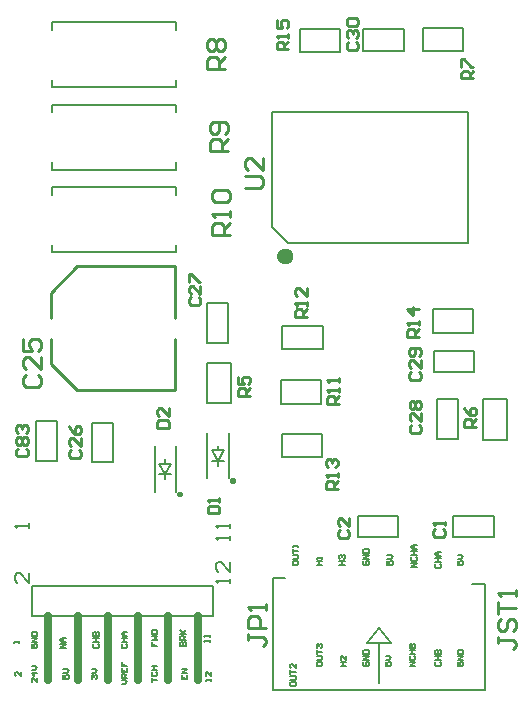
<source format=gbr>
%FSTAX23Y23*%
%MOIN*%
%SFA1B1*%

%IPPOS*%
%ADD10C,0.039370*%
%ADD11C,0.015748*%
%ADD12C,0.006693*%
%ADD13C,0.005905*%
%ADD14C,0.025197*%
%ADD15C,0.009843*%
%ADD16C,0.010000*%
%ADD17C,0.007874*%
%ADD18C,0.006299*%
%LNpcb1_legend_top-1*%
%LPD*%
G54D10*
X0124Y01685D02*
D01*
X0124Y01685*
X0124Y01686*
X0124Y01686*
X0124Y01686*
X0124Y01687*
X0124Y01687*
X0124Y01688*
X01239Y01688*
X01239Y01688*
X01239Y01689*
X01239Y01689*
X01238Y01689*
X01238Y0169*
X01238Y0169*
X01237Y0169*
X01237Y0169*
X01236Y01691*
X01236Y01691*
X01236Y01691*
X01235Y01691*
X01235Y01691*
X01234Y01691*
X01234*
X01233Y01691*
X01233Y01691*
X01233Y01691*
X01232Y01691*
X01232Y01691*
X01231Y0169*
X01231Y0169*
X01231Y0169*
X0123Y0169*
X0123Y01689*
X0123Y01689*
X01229Y01689*
X01229Y01688*
X01229Y01688*
X01229Y01688*
X01228Y01687*
X01228Y01687*
X01228Y01686*
X01228Y01686*
X01228Y01686*
X01228Y01685*
X01228Y01685*
X01228Y01684*
X01228Y01684*
X01228Y01683*
X01228Y01683*
X01228Y01683*
X01228Y01682*
X01229Y01682*
X01229Y01681*
X01229Y01681*
X01229Y01681*
X0123Y0168*
X0123Y0168*
X0123Y0168*
X01231Y0168*
X01231Y01679*
X01231Y01679*
X01232Y01679*
X01232Y01679*
X01233Y01679*
X01233Y01679*
X01233Y01679*
X01234Y01679*
X01234*
X01235Y01679*
X01235Y01679*
X01236Y01679*
X01236Y01679*
X01236Y01679*
X01237Y01679*
X01237Y01679*
X01238Y0168*
X01238Y0168*
X01238Y0168*
X01239Y0168*
X01239Y01681*
X01239Y01681*
X01239Y01681*
X0124Y01682*
X0124Y01682*
X0124Y01683*
X0124Y01683*
X0124Y01683*
X0124Y01684*
X0124Y01684*
X0124Y01685*
G54D11*
X00883Y00893D02*
D01*
X00883Y00893*
X00883Y00893*
X00883Y00893*
X00883Y00893*
X00883Y00893*
X00883Y00893*
X00883Y00893*
X00883Y00893*
X00883Y00893*
X00882Y00893*
X00882Y00893*
X00882Y00893*
X00882Y00893*
X00882Y00894*
X00882Y00894*
X00882Y00894*
X00882Y00894*
X00882Y00894*
X00882Y00894*
X00882Y00894*
X00882Y00894*
X00882Y00894*
X00882*
X00882Y00894*
X00882Y00894*
X00882Y00894*
X00881Y00894*
X00881Y00894*
X00881Y00894*
X00881Y00894*
X00881Y00894*
X00881Y00893*
X00881Y00893*
X00881Y00893*
X00881Y00893*
X00881Y00893*
X00881Y00893*
X00881Y00893*
X00881Y00893*
X00881Y00893*
X00881Y00893*
X00881Y00893*
X00881Y00893*
X00881Y00893*
X00881Y00893*
X00881Y00893*
X00881Y00893*
X00881Y00892*
X00881Y00892*
X00881Y00892*
X00881Y00892*
X00881Y00892*
X00881Y00892*
X00881Y00892*
X00881Y00892*
X00881Y00892*
X00881Y00892*
X00881Y00892*
X00881Y00892*
X00881Y00892*
X00881Y00892*
X00881Y00892*
X00881Y00892*
X00882Y00892*
X00882Y00892*
X00882Y00892*
X00882Y00892*
X00882*
X00882Y00892*
X00882Y00892*
X00882Y00892*
X00882Y00892*
X00882Y00892*
X00882Y00892*
X00882Y00892*
X00882Y00892*
X00882Y00892*
X00882Y00892*
X00882Y00892*
X00882Y00892*
X00883Y00892*
X00883Y00892*
X00883Y00892*
X00883Y00892*
X00883Y00892*
X00883Y00892*
X00883Y00892*
X00883Y00893*
X00883Y00893*
X00883Y00893*
X01059Y00937D02*
D01*
X01059Y00937*
X01059Y00937*
X01059Y00937*
X01059Y00937*
X01059Y00938*
X01059Y00938*
X01059Y00938*
X01059Y00938*
X01059Y00938*
X01059Y00938*
X01059Y00938*
X01059Y00938*
X01058Y00938*
X01058Y00938*
X01058Y00938*
X01058Y00938*
X01058Y00938*
X01058Y00938*
X01058Y00938*
X01058Y00938*
X01058Y00938*
X01058Y00938*
X01058*
X01058Y00938*
X01058Y00938*
X01058Y00938*
X01058Y00938*
X01057Y00938*
X01057Y00938*
X01057Y00938*
X01057Y00938*
X01057Y00938*
X01057Y00938*
X01057Y00938*
X01057Y00938*
X01057Y00938*
X01057Y00938*
X01057Y00938*
X01057Y00938*
X01057Y00938*
X01057Y00937*
X01057Y00937*
X01057Y00937*
X01057Y00937*
X01057Y00937*
X01057Y00937*
X01057Y00937*
X01057Y00937*
X01057Y00937*
X01057Y00937*
X01057Y00937*
X01057Y00937*
X01057Y00937*
X01057Y00937*
X01057Y00937*
X01057Y00936*
X01057Y00936*
X01057Y00936*
X01057Y00936*
X01057Y00936*
X01057Y00936*
X01057Y00936*
X01058Y00936*
X01058Y00936*
X01058Y00936*
X01058Y00936*
X01058Y00936*
X01058*
X01058Y00936*
X01058Y00936*
X01058Y00936*
X01058Y00936*
X01058Y00936*
X01058Y00936*
X01058Y00936*
X01058Y00936*
X01058Y00936*
X01059Y00936*
X01059Y00936*
X01059Y00937*
X01059Y00937*
X01059Y00937*
X01059Y00937*
X01059Y00937*
X01059Y00937*
X01059Y00937*
X01059Y00937*
X01059Y00937*
X01059Y00937*
X01059Y00937*
G54D12*
X00871Y01974D02*
Y01998D01*
Y02165D02*
Y0219D01*
X00458Y02165D02*
Y0219D01*
Y01974D02*
Y01998D01*
Y0219D02*
X00871D01*
X00458Y01974D02*
X00871D01*
X01245Y01728D02*
X01844D01*
X01189Y01784D02*
Y02165D01*
Y01784D02*
X01245Y01728D01*
X01189Y02165D02*
X01844D01*
Y01728D02*
Y02165D01*
X00458Y01699D02*
X00871D01*
X00458Y01915D02*
X00871D01*
X00458Y01699D02*
Y01723D01*
Y0189D02*
Y01915D01*
X00871Y0189D02*
Y01915D01*
Y01699D02*
Y01723D01*
X00458Y02249D02*
X00871D01*
X00458Y02465D02*
X00871D01*
X00458Y02249D02*
Y02273D01*
Y0244D02*
Y02465D01*
X00871Y0244D02*
Y02465D01*
Y02249D02*
Y02273D01*
X01546Y00447D02*
X01586Y00396D01*
X01507D02*
X01546Y00447D01*
Y00396D02*
X01586D01*
X01507D02*
X01546D01*
Y00263D02*
Y00396D01*
X01857Y00593D02*
X01899D01*
X01194Y00613D02*
X01235D01*
X01194Y00239D02*
Y00613D01*
Y00239D02*
Y00335D01*
Y00239D02*
X01899D01*
Y00593*
X00391Y00485D02*
Y00585D01*
X00995Y00485D02*
Y00585D01*
X00391D02*
X00995D01*
X00391Y00485D02*
X00995D01*
X00835Y00943D02*
Y00959D01*
Y00993D02*
Y01009D01*
X00815Y00959D02*
X00854D01*
X00835D02*
X00854Y00993D01*
X00815D02*
X00835Y00959D01*
X00815Y00993D02*
X00854D01*
X0087Y00901D02*
Y01052D01*
X00799Y00901D02*
Y01052D01*
X01011Y00987D02*
Y01003D01*
Y01038D02*
Y01053D01*
X00991Y01003D02*
X0103D01*
X01011D02*
X0103Y01038D01*
X00991D02*
X01011Y01003D01*
X00991Y01038D02*
X0103D01*
X01046Y00945D02*
Y01097D01*
X00975Y00945D02*
Y01097D01*
G54D13*
X01283Y02366D02*
Y02444D01*
X01417*
Y02366D02*
Y02444D01*
X01283Y02366D02*
X01417D01*
X01629Y02371D02*
Y02442D01*
X01495Y02371D02*
X01629D01*
X01495D02*
Y02442D01*
X01629*
X01693Y02368D02*
Y02447D01*
X01827*
Y02368D02*
Y02447D01*
X01693Y02368D02*
X01827D01*
X01862Y0143D02*
Y01509D01*
X01728Y0143D02*
X01862D01*
X01728D02*
Y01509D01*
X01862*
X01223Y01015D02*
Y01094D01*
X01357*
Y01015D02*
Y01094D01*
X01223Y01015D02*
X01357D01*
X01225Y01375D02*
Y01454D01*
X01359*
Y01375D02*
Y01454D01*
X01225Y01375D02*
X01359D01*
X0122Y01194D02*
Y01273D01*
X01354*
Y01194D02*
Y01273D01*
X0122Y01194D02*
X01354D01*
X01895Y01208D02*
X01973D01*
Y01074D02*
Y01208D01*
X01895Y01074D02*
X01973D01*
X01895D02*
Y01208D01*
X00975Y01197D02*
X01054D01*
X00975D02*
Y01331D01*
X01054*
Y01197D02*
Y01331D01*
X00404Y01003D02*
X00475D01*
X00404D02*
Y01136D01*
X00475*
Y01003D02*
Y01136D01*
X01864Y01299D02*
Y0137D01*
X0173Y01299D02*
X01864D01*
X0173D02*
Y0137D01*
X01864*
X01739Y01209D02*
X0181D01*
Y01075D02*
Y01209D01*
X01739Y01075D02*
X0181D01*
X01739D02*
Y01209D01*
X00974Y01395D02*
X01045D01*
X00974D02*
Y01529D01*
X01045*
Y01395D02*
Y01529D01*
X00589Y00998D02*
X0066D01*
X00589D02*
Y01131D01*
X0066*
Y00998D02*
Y01131D01*
X01478Y00749D02*
Y0082D01*
X01611*
Y00749D02*
Y0082D01*
X01478Y00749D02*
X01611D01*
X01795D02*
Y0082D01*
X01929*
Y00749D02*
Y0082D01*
X01795Y00749D02*
X01929D01*
G54D14*
X00445Y00485D02*
Y00272D01*
X00545D02*
Y00485D01*
X00645Y00272D02*
Y00485D01*
X00745D02*
Y00272D01*
X00845D02*
Y00485D01*
X00945Y00272D02*
Y00485D01*
G54D15*
X00454Y01478D02*
Y01564D01*
Y01327D02*
Y01411D01*
X00867Y01478D02*
Y01652D01*
Y01239D02*
Y01411D01*
X00454Y01327D02*
X00542Y01239D01*
X00454Y01564D02*
X00542Y01652D01*
X00867*
X00542Y01239D02*
X00867D01*
G54D16*
X01044Y02035D02*
X00985D01*
Y02065*
X00995Y02075*
X01015*
X01024Y02065*
Y02035*
Y02055D02*
X01044Y02075D01*
X01034Y02094D02*
X01044Y02104D01*
Y02124*
X01034Y02134*
X00995*
X00985Y02124*
Y02104*
X00995Y02094*
X01005*
X01015Y02104*
Y02134*
X01099Y01914D02*
X01149D01*
X01159Y01924*
Y01944*
X01149Y01954*
X01099*
X01159Y02014D02*
Y01974D01*
X01119Y02014*
X01109*
X01099Y02004*
Y01984*
X01109Y01974*
X01945Y00415D02*
Y00395D01*
Y00405*
X01994*
X02004Y00395*
Y00385*
X01994Y00375*
X01955Y00475D02*
X01945Y00465D01*
Y00445*
X01955Y00435*
X01965*
X01975Y00445*
Y00465*
X01984Y00475*
X01994*
X02004Y00465*
Y00445*
X01994Y00435*
X01945Y00494D02*
Y00534D01*
Y00514*
X02004*
Y00554D02*
Y00574D01*
Y00564*
X01945*
X01955Y00554*
X01416Y00772D02*
X01409Y00766D01*
Y00753*
X01416Y00746*
X01442*
X01448Y00753*
Y00766*
X01442Y00772*
X01448Y00812D02*
Y00786D01*
X01422Y00812*
X01416*
X01409Y00805*
Y00792*
X01416Y00786*
X01734Y00775D02*
X01728Y00769D01*
Y00755*
X01734Y00749*
X01761*
X01767Y00755*
Y00769*
X01761Y00775*
X01767Y00788D02*
Y00801D01*
Y00795*
X01728*
X01734Y00788*
X01245Y02375D02*
X01206D01*
Y02394*
X01212Y02401*
X01225*
X01232Y02394*
Y02375*
Y02388D02*
X01245Y02401D01*
Y02414D02*
Y02427D01*
Y02421*
X01206*
X01212Y02414*
X01206Y02473D02*
Y02447D01*
X01225*
X01219Y0246*
Y02467*
X01225Y02473*
X01239*
X01245Y02467*
Y02453*
X01239Y02447*
X0168Y01417D02*
X0164D01*
Y01437*
X01647Y01443*
X0166*
X01667Y01437*
Y01417*
Y0143D02*
X0168Y01443D01*
Y01457D02*
Y0147D01*
Y01463*
X0164*
X01647Y01457*
X0168Y01509D02*
X0164D01*
X0166Y01489*
Y01516*
X01409Y00911D02*
X0137D01*
Y00931*
X01376Y00937*
X01389*
X01396Y00931*
Y00911*
Y00924D02*
X01409Y00937D01*
Y0095D02*
Y00963D01*
Y00957*
X0137*
X01376Y0095*
Y00983D02*
X0137Y0099D01*
Y01003*
X01376Y01009*
X01383*
X01389Y01003*
Y00996*
Y01003*
X01396Y01009*
X01402*
X01409Y01003*
Y0099*
X01402Y00983*
X01307Y01482D02*
X01267D01*
Y01501*
X01274Y01508*
X01287*
X01293Y01501*
Y01482*
Y01495D02*
X01307Y01508D01*
Y01521D02*
Y01534D01*
Y01528*
X01267*
X01274Y01521*
X01307Y0158D02*
Y01554D01*
X0128Y0158*
X01274*
X01267Y01574*
Y01561*
X01274Y01554*
X01413Y01193D02*
X01374D01*
Y01213*
X0138Y01219*
X01393*
X014Y01213*
Y01193*
Y01206D02*
X01413Y01219D01*
Y01232D02*
Y01246D01*
Y01239*
X01374*
X0138Y01232*
X01413Y01265D02*
Y01278D01*
Y01272*
X01374*
X0138Y01265*
X01049Y01755D02*
X00989D01*
Y01785*
X00999Y01795*
X01019*
X01029Y01785*
Y01755*
Y01775D02*
X01049Y01795D01*
Y01815D02*
Y01835D01*
Y01825*
X00989*
X00999Y01815*
Y01865D02*
X00989Y01875D01*
Y01895*
X00999Y01905*
X01039*
X01049Y01895*
Y01875*
X01039Y01865*
X00999*
X01034Y0231D02*
X00975D01*
Y0234*
X00985Y0235*
X01005*
X01014Y0234*
Y0231*
Y0233D02*
X01034Y0235D01*
X00985Y02369D02*
X00975Y02379D01*
Y02399*
X00985Y02409*
X00995*
X01005Y02399*
X01014Y02409*
X01024*
X01034Y02399*
Y02379*
X01024Y02369*
X01014*
X01005Y02379*
X00995Y02369*
X00985*
X01005Y02379D02*
Y02399D01*
X01862Y02278D02*
X01822D01*
Y02297*
X01829Y02304*
X01842*
X01849Y02297*
Y02278*
Y02291D02*
X01862Y02304D01*
X01822Y02317D02*
Y02343D01*
X01829*
X01855Y02317*
X01862*
X0187Y01116D02*
X01831D01*
Y01135*
X01838Y01142*
X01851*
X01857Y01135*
Y01116*
Y01129D02*
X0187Y01142D01*
X01831Y01181D02*
X01838Y01168D01*
X01851Y01155*
X01864*
X0187Y01161*
Y01175*
X01864Y01181*
X01857*
X01851Y01175*
Y01155*
X01118Y01219D02*
X01078D01*
Y01238*
X01085Y01245*
X01098*
X01104Y01238*
Y01219*
Y01232D02*
X01118Y01245D01*
X01078Y01284D02*
Y01258D01*
X01098*
X01091Y01271*
Y01278*
X01098Y01284*
X01111*
X01118Y01278*
Y01265*
X01111Y01258*
X01111Y00426D02*
Y00406D01*
Y00416*
X01161*
X01171Y00406*
Y00396*
X01161Y00386*
X01171Y00446D02*
X01111D01*
Y00476*
X01121Y00486*
X01141*
X01151Y00476*
Y00446*
X01171Y00506D02*
Y00526D01*
Y00516*
X01111*
X01121Y00506*
X00807Y01112D02*
X00846D01*
Y01132*
X00839Y01139*
X00813*
X00807Y01132*
Y01112*
X00846Y01178D02*
Y01152D01*
X0082Y01178*
X00813*
X00807Y01171*
Y01158*
X00813Y01152*
X00976Y00828D02*
X01015D01*
Y00847*
X01009Y00854*
X00982*
X00976Y00847*
Y00828*
X01015Y00867D02*
Y0088D01*
Y00874*
X00976*
X00982Y00867*
X00345Y01044D02*
X00338Y01038D01*
Y01024*
X00345Y01018*
X00371*
X00377Y01024*
Y01038*
X00371Y01044*
X00345Y01057D02*
X00338Y01064D01*
Y01077*
X00345Y01083*
X00351*
X00358Y01077*
X00364Y01083*
X00371*
X00377Y01077*
Y01064*
X00371Y01057*
X00364*
X00358Y01064*
X00351Y01057*
X00345*
X00358Y01064D02*
Y01077D01*
X00345Y01097D02*
X00338Y01103D01*
Y01116*
X00345Y01123*
X00351*
X00358Y01116*
Y0111*
Y01116*
X00364Y01123*
X00371*
X00377Y01116*
Y01103*
X00371Y01097*
X01445Y024D02*
X01439Y02393D01*
Y0238*
X01445Y02373*
X01472*
X01478Y0238*
Y02393*
X01472Y024*
X01445Y02413D02*
X01439Y02419D01*
Y02432*
X01445Y02439*
X01452*
X01459Y02432*
Y02426*
Y02432*
X01465Y02439*
X01472*
X01478Y02432*
Y02419*
X01472Y02413*
X01445Y02452D02*
X01439Y02459D01*
Y02472*
X01445Y02478*
X01472*
X01478Y02472*
Y02459*
X01472Y02452*
X01445*
X01654Y013D02*
X01648Y01294D01*
Y01281*
X01654Y01274*
X01681*
X01687Y01281*
Y01294*
X01681Y013*
X01687Y0134D02*
Y01314D01*
X01661Y0134*
X01654*
X01648Y01333*
Y0132*
X01654Y01314*
X01681Y01353D02*
X01687Y01359D01*
Y01373*
X01681Y01379*
X01654*
X01648Y01373*
Y01359*
X01654Y01353*
X01661*
X01668Y01359*
Y01379*
X01655Y01124D02*
X01649Y01117D01*
Y01104*
X01655Y01097*
X01682*
X01688Y01104*
Y01117*
X01682Y01124*
X01688Y01163D02*
Y01137D01*
X01662Y01163*
X01655*
X01649Y01156*
Y01143*
X01655Y01137*
Y01176D02*
X01649Y01183D01*
Y01196*
X01655Y01202*
X01662*
X01668Y01196*
X01675Y01202*
X01682*
X01688Y01196*
Y01183*
X01682Y01176*
X01675*
X01668Y01183*
X01662Y01176*
X01655*
X01668Y01183D02*
Y01196D01*
X00919Y01548D02*
X00913Y01542D01*
Y01528*
X00919Y01522*
X00946*
X00952Y01528*
Y01542*
X00946Y01548*
X00952Y01587D02*
Y01561D01*
X00926Y01587*
X00919*
X00913Y01581*
Y01568*
X00919Y01561*
X00913Y01601D02*
Y01627D01*
X00919*
X00946Y01601*
X00952*
X00522Y0104D02*
X00515Y01034D01*
Y01021*
X00522Y01014*
X00548*
X00555Y01021*
Y01034*
X00548Y0104*
X00555Y0108D02*
Y01053D01*
X00528Y0108*
X00522*
X00515Y01073*
Y0106*
X00522Y01053*
X00515Y01119D02*
X00522Y01106D01*
X00535Y01093*
X00548*
X00555Y01099*
Y01112*
X00548Y01119*
X00541*
X00535Y01112*
Y01093*
X0037Y0129D02*
X0036Y0128D01*
Y0126*
X0037Y0125*
X00409*
X00419Y0126*
Y0128*
X00409Y0129*
X00419Y01349D02*
Y0131D01*
X0038Y01349*
X0037*
X0036Y01339*
Y0132*
X0037Y0131*
X0036Y01409D02*
Y01369D01*
X0039*
X0038Y01389*
Y01399*
X0039Y01409*
X00409*
X00419Y01399*
Y01379*
X00409Y01369*
G54D17*
X01052Y00595D02*
Y00611D01*
Y00603*
X01005*
X01012Y00595*
X01052Y00666D02*
Y00634D01*
X0102Y00666*
X01012*
X01005Y00658*
Y00642*
X01012Y00634*
X01052Y00739D02*
Y00754D01*
Y00746*
X01005*
X01012Y00739*
X01052Y00778D02*
Y00794D01*
Y00786*
X01005*
X01012Y00778*
X00382Y00628D02*
Y00597D01*
X0035Y00628*
X00342*
X00334Y0062*
Y00605*
X00342Y00597*
X00382Y00779D02*
Y00795D01*
Y00787*
X00334*
X00342Y00779*
G54D18*
X01673Y00651D02*
X01654D01*
X01673Y00664*
X01654*
X01657Y00684D02*
X01654Y0068D01*
Y00674*
X01657Y0067*
X0167*
X01673Y00674*
Y0068*
X0167Y00684*
X01654Y0069D02*
X01673D01*
X01663*
Y00703*
X01654*
X01673*
Y0071D02*
X0166D01*
X01654Y00716*
X0166Y00723*
X01673*
X01663*
Y0071*
X01497Y00669D02*
X01494Y00666D01*
Y00659*
X01497Y00656*
X0151*
X01513Y00659*
Y00666*
X0151Y00669*
X01503*
Y00662*
X01513Y00675D02*
X01494D01*
X01513Y00689*
X01494*
Y00695D02*
X01513D01*
Y00705*
X0151Y00708*
X01497*
X01494Y00705*
Y00695*
X01259Y00666D02*
Y00659D01*
X01262Y00656*
X01275*
X01278Y00659*
Y00666*
X01275Y00669*
X01262*
X01259Y00666*
Y00675D02*
X01275D01*
X01278Y00679*
Y00685*
X01275Y00689*
X01259*
Y00695D02*
Y00708D01*
Y00702*
X01278*
Y00715D02*
Y00721D01*
Y00718*
X01259*
X01262Y00715*
X01497Y00334D02*
X01494Y00331D01*
Y00324*
X01497Y00321*
X0151*
X01513Y00324*
Y00331*
X0151Y00334*
X01503*
Y00327*
X01513Y0034D02*
X01494D01*
X01513Y00354*
X01494*
Y0036D02*
X01513D01*
Y0037*
X0151Y00373*
X01497*
X01494Y0037*
Y0036*
X01419Y00321D02*
X01438D01*
X01428*
Y00334*
X01419*
X01438*
Y00354D02*
Y0034D01*
X01425Y00354*
X01422*
X01419Y0035*
Y00344*
X01422Y0034*
X01414Y00656D02*
X01433D01*
X01423*
Y00669*
X01414*
X01433*
X01417Y00675D02*
X01414Y00679D01*
Y00685*
X01417Y00689*
X0142*
X01423Y00685*
Y00682*
Y00685*
X01427Y00689*
X0143*
X01433Y00685*
Y00679*
X0143Y00675*
X01339Y00331D02*
Y00324D01*
X01342Y00321*
X01355*
X01358Y00324*
Y00331*
X01355Y00334*
X01342*
X01339Y00331*
Y0034D02*
X01355D01*
X01358Y00344*
Y0035*
X01355Y00354*
X01339*
Y0036D02*
Y00373D01*
Y00367*
X01358*
X01342Y0038D02*
X01339Y00383D01*
Y0039*
X01342Y00393*
X01345*
X01348Y0039*
Y00386*
Y0039*
X01352Y00393*
X01355*
X01358Y0039*
Y00383*
X01355Y0038*
X01339Y00656D02*
X01358D01*
X01348*
Y00669*
X01339*
X01358*
Y00675D02*
Y00682D01*
Y00679*
X01339*
X01342Y00675*
X01812Y00334D02*
X01809Y00331D01*
Y00324*
X01812Y00321*
X01825*
X01828Y00324*
Y00331*
X01825Y00334*
X01818*
Y00327*
X01828Y0034D02*
X01809D01*
X01828Y00354*
X01809*
Y0036D02*
X01828D01*
Y0037*
X01825Y00373*
X01812*
X01809Y0037*
Y0036*
Y00669D02*
Y00656D01*
X01818*
X01815Y00662*
Y00666*
X01818Y00669*
X01825*
X01828Y00666*
Y00659*
X01825Y00656*
X01809Y00675D02*
X01822D01*
X01828Y00682*
X01822Y00689*
X01809*
X01668Y00321D02*
X01649D01*
X01668Y00334*
X01649*
X01652Y00354D02*
X01649Y0035D01*
Y00344*
X01652Y0034*
X01665*
X01668Y00344*
Y0035*
X01665Y00354*
X01649Y0036D02*
X01668D01*
X01658*
Y00373*
X01649*
X01668*
X01649Y0038D02*
X01668D01*
Y0039*
X01665Y00393*
X01662*
X01658Y0039*
Y0038*
Y0039*
X01655Y00393*
X01652*
X01649Y0039*
Y0038*
X01737Y00334D02*
X01734Y00331D01*
Y00324*
X01737Y00321*
X0175*
X01753Y00324*
Y00331*
X0175Y00334*
X01734Y0034D02*
X01753D01*
X01743*
Y00354*
X01734*
X01753*
X01734Y0036D02*
X01753D01*
Y0037*
X0175Y00373*
X01747*
X01743Y0037*
Y0036*
Y0037*
X0174Y00373*
X01737*
X01734Y0037*
Y0036*
X01737Y00659D02*
X01734Y00656D01*
Y00649*
X01737Y00646*
X0175*
X01753Y00649*
Y00656*
X0175Y00659*
X01734Y00665D02*
X01753D01*
X01743*
Y00679*
X01734*
X01753*
Y00685D02*
X0174D01*
X01734Y00692*
X0174Y00698*
X01753*
X01743*
Y00685*
X01574Y00669D02*
Y00656D01*
X01583*
X0158Y00662*
Y00666*
X01583Y00669*
X0159*
X01593Y00666*
Y00659*
X0159Y00656*
X01574Y00675D02*
X01587D01*
X01593Y00682*
X01587Y00689*
X01574*
X01569Y00334D02*
Y00321D01*
X01578*
X01575Y00327*
Y00331*
X01578Y00334*
X01585*
X01588Y00331*
Y00324*
X01585Y00321*
X01569Y0034D02*
X01582D01*
X01588Y00347*
X01582Y00354*
X01569*
X0125Y00264D02*
Y00257D01*
X01253Y00254*
X01266*
X0127Y00257*
Y00264*
X01266Y00267*
X01253*
X0125Y00264*
Y00274D02*
X01266D01*
X0127Y00277*
Y00283*
X01266Y00287*
X0125*
Y00293D02*
Y00306D01*
Y003*
X0127*
Y00326D02*
Y00313D01*
X01256Y00326*
X01253*
X0125Y00323*
Y00316*
X01253Y00313*
X00988Y00271D02*
Y00277D01*
Y00274*
X00969*
X00972Y00271*
X00988Y003D02*
Y00287D01*
X00975Y003*
X00972*
X00969Y00297*
Y0029*
X00972Y00287*
X00983Y00401D02*
Y00407D01*
Y00404*
X00964*
X00967Y00401*
X00983Y00417D02*
Y00424D01*
Y0042*
X00964*
X00967Y00417*
X00348Y00396D02*
Y00402D01*
Y00399*
X00329*
X00332Y00396*
X00353Y00299D02*
Y00286D01*
X0034Y00299*
X00337*
X00334Y00296*
Y00289*
X00337Y00286*
X00392Y00394D02*
X00389Y00391D01*
Y00384*
X00392Y00381*
X00405*
X00408Y00384*
Y00391*
X00405Y00394*
X00398*
Y00387*
X00408Y004D02*
X00389D01*
X00408Y00414*
X00389*
Y0042D02*
X00408D01*
Y0043*
X00405Y00433*
X00392*
X00389Y0043*
Y0042*
X00408Y00279D02*
Y00266D01*
X00395Y00279*
X00392*
X00389Y00276*
Y00269*
X00392Y00266*
X00408Y00295D02*
X00389D01*
X00398Y00285*
Y00299*
X00389Y00305D02*
X00402D01*
X00408Y00312*
X00402Y00318*
X00389*
X00884Y00386D02*
X00903D01*
Y00396*
X009Y00399*
X00897*
X00893Y00396*
Y00386*
Y00396*
X0089Y00399*
X00887*
X00884Y00396*
Y00386*
X00903Y00405D02*
X00884D01*
Y00415*
X00887Y00419*
X00893*
X00897Y00415*
Y00405*
Y00412D02*
X00903Y00419D01*
X00884Y00425D02*
X00903D01*
X00897*
X00884Y00438*
X00893Y00428*
X00903Y00438*
X00889Y00289D02*
Y00276D01*
X00908*
Y00289*
X00898Y00276D02*
Y00282D01*
X00908Y00295D02*
X00889D01*
X00908Y00309*
X00889*
X00597Y00394D02*
X00594Y00391D01*
Y00384*
X00597Y00381*
X0061*
X00613Y00384*
Y00391*
X0061Y00394*
X00594Y004D02*
X00613D01*
X00603*
Y00414*
X00594*
X00613*
X00594Y0042D02*
X00613D01*
Y0043*
X0061Y00433*
X00607*
X00603Y0043*
Y0042*
Y0043*
X006Y00433*
X00597*
X00594Y0043*
Y0042*
X00503Y00381D02*
X00484D01*
X00503Y00394*
X00484*
X00503Y004D02*
X0049D01*
X00484Y00407*
X0049Y00414*
X00503*
X00493*
Y004*
X00692Y00394D02*
X00689Y00391D01*
Y00384*
X00692Y00381*
X00705*
X00708Y00384*
Y00391*
X00705Y00394*
X00689Y004D02*
X00708D01*
X00698*
Y00414*
X00689*
X00708*
Y0042D02*
X00695D01*
X00689Y00427*
X00695Y00433*
X00708*
X00698*
Y0042*
X00789Y00266D02*
Y00279D01*
Y00272*
X00808*
X00792Y00299D02*
X00789Y00295D01*
Y00289*
X00792Y00285*
X00805*
X00808Y00289*
Y00295*
X00805Y00299*
X00789Y00305D02*
X00808D01*
X00798*
Y00318*
X00789*
X00808*
X00789Y00399D02*
Y00386D01*
X00798*
Y00392*
Y00386*
X00808*
X00789Y00405D02*
X00808D01*
X00802Y00412*
X00808Y00419*
X00789*
Y00425D02*
X00808D01*
Y00435*
X00805Y00438*
X00792*
X00789Y00435*
Y00425*
X00689Y00261D02*
X00702D01*
X00708Y00267*
X00702Y00274*
X00689*
X00708Y0028D02*
X00689D01*
Y0029*
X00692Y00294*
X00698*
X00702Y0029*
Y0028*
Y00287D02*
X00708Y00294D01*
X00689Y00313D02*
Y003D01*
X00708*
Y00313*
X00698Y003D02*
Y00307D01*
X00689Y00333D02*
Y0032D01*
X00698*
Y00326*
Y0032*
X00708*
X00494Y00289D02*
Y00276D01*
X00503*
X005Y00282*
Y00286*
X00503Y00289*
X0051*
X00513Y00286*
Y00279*
X0051Y00276*
X00494Y00295D02*
X00507D01*
X00513Y00302*
X00507Y00309*
X00494*
X00592Y00276D02*
X00589Y00279D01*
Y00286*
X00592Y00289*
X00595*
X00598Y00286*
Y00282*
Y00286*
X00602Y00289*
X00605*
X00608Y00286*
Y00279*
X00605Y00276*
X00589Y00295D02*
X00602D01*
X00608Y00302*
X00602Y00309*
X00589*
M02*
</source>
